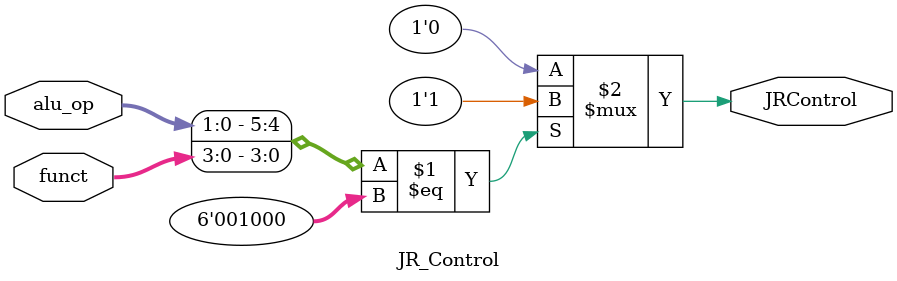
<source format=v>
module JR_Control (
    input [1:0] alu_op,
    input [3:0] funct,
    output JRControl
);
    assign JRControl = ({alu_op,funct}==6'b001000) ? 1'b1 : 1'b0;
endmodule
</source>
